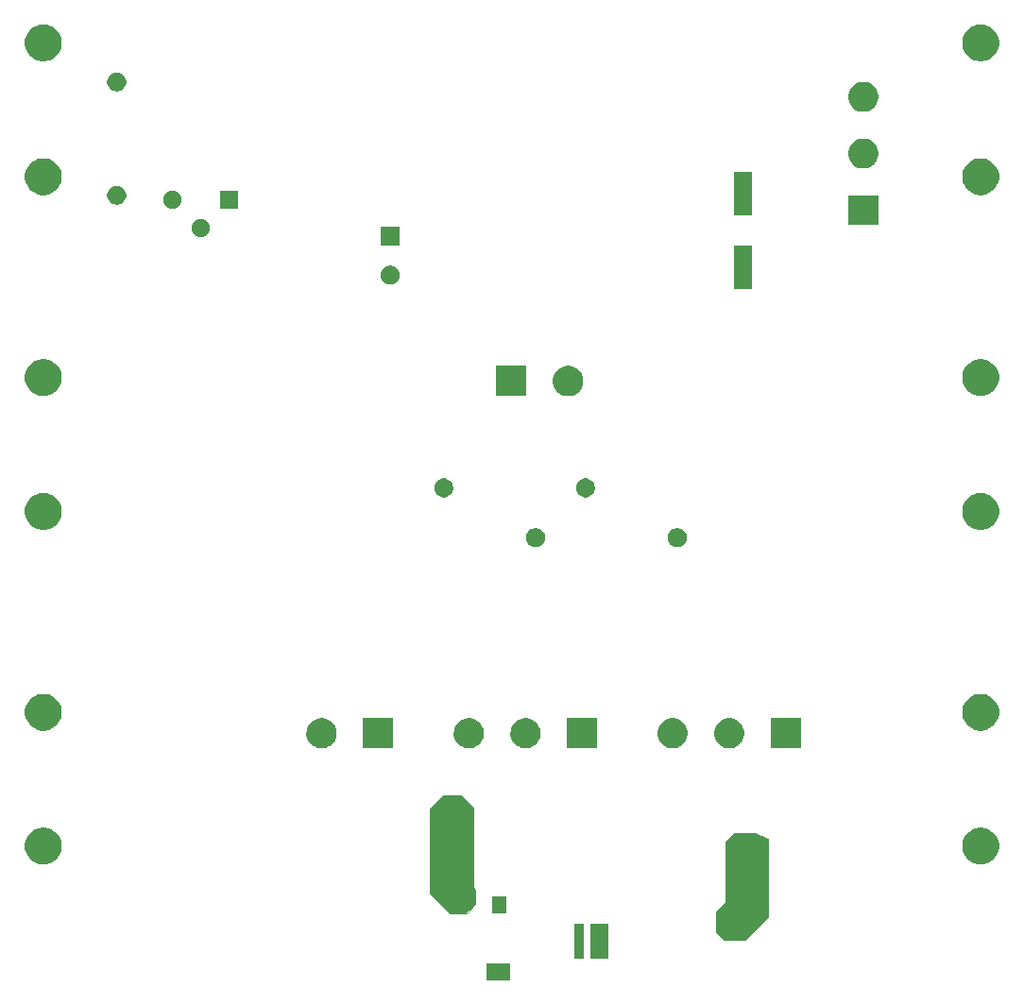
<source format=gbr>
G04 #@! TF.GenerationSoftware,KiCad,Pcbnew,(5.1.5)-3*
G04 #@! TF.CreationDate,2020-11-11T17:48:52-05:00*
G04 #@! TF.ProjectId,sensor_dmf_board,73656e73-6f72-45f6-946d-665f626f6172,rev?*
G04 #@! TF.SameCoordinates,Original*
G04 #@! TF.FileFunction,Soldermask,Bot*
G04 #@! TF.FilePolarity,Negative*
%FSLAX46Y46*%
G04 Gerber Fmt 4.6, Leading zero omitted, Abs format (unit mm)*
G04 Created by KiCad (PCBNEW (5.1.5)-3) date 2020-11-11 17:48:52*
%MOMM*%
%LPD*%
G04 APERTURE LIST*
%ADD10C,0.100000*%
G04 APERTURE END LIST*
D10*
G36*
X146527520Y-133553200D02*
G01*
X146535140Y-140665200D01*
X146715480Y-140916660D01*
X146715480Y-142176500D01*
X145900140Y-142991840D01*
X144406620Y-142991840D01*
X142659100Y-141244320D01*
X142659100Y-133654800D01*
X143891000Y-132422900D01*
X145397220Y-132422900D01*
X146527520Y-133553200D01*
G37*
X146527520Y-133553200D02*
X146535140Y-140665200D01*
X146715480Y-140916660D01*
X146715480Y-142176500D01*
X145900140Y-142991840D01*
X144406620Y-142991840D01*
X142659100Y-141244320D01*
X142659100Y-133654800D01*
X143891000Y-132422900D01*
X145397220Y-132422900D01*
X146527520Y-133553200D01*
G36*
X172928280Y-136377680D02*
G01*
X172913040Y-143410940D01*
X170947080Y-145376900D01*
X170682920Y-145379440D01*
X168991280Y-145379440D01*
X168310560Y-144698720D01*
X168310560Y-142882620D01*
X169120820Y-142072360D01*
X169120820Y-136568180D01*
X169867580Y-135821420D01*
X171043600Y-135821420D01*
X171028360Y-135818880D01*
X171797980Y-135818880D01*
X172928280Y-136377680D01*
G37*
X172928280Y-136377680D02*
X172913040Y-143410940D01*
X170947080Y-145376900D01*
X170682920Y-145379440D01*
X168991280Y-145379440D01*
X168310560Y-144698720D01*
X168310560Y-142882620D01*
X169120820Y-142072360D01*
X169120820Y-136568180D01*
X169867580Y-135821420D01*
X171043600Y-135821420D01*
X171028360Y-135818880D01*
X171797980Y-135818880D01*
X172928280Y-136377680D01*
G36*
X149840120Y-149050820D02*
G01*
X147738120Y-149050820D01*
X147738120Y-147548820D01*
X149840120Y-147548820D01*
X149840120Y-149050820D01*
G37*
G36*
X158606000Y-147101000D02*
G01*
X157004000Y-147101000D01*
X157004000Y-143999000D01*
X158606000Y-143999000D01*
X158606000Y-147101000D01*
G37*
G36*
X156456000Y-147101000D02*
G01*
X155554000Y-147101000D01*
X155554000Y-143999000D01*
X156456000Y-143999000D01*
X156456000Y-147101000D01*
G37*
G36*
X149496000Y-142996000D02*
G01*
X148194000Y-142996000D01*
X148194000Y-141494000D01*
X149496000Y-141494000D01*
X149496000Y-142996000D01*
G37*
G36*
X108375256Y-135391298D02*
G01*
X108481579Y-135412447D01*
X108782042Y-135536903D01*
X109052451Y-135717585D01*
X109282415Y-135947549D01*
X109463097Y-136217958D01*
X109587553Y-136518421D01*
X109651000Y-136837391D01*
X109651000Y-137162609D01*
X109587553Y-137481579D01*
X109463097Y-137782042D01*
X109282415Y-138052451D01*
X109052451Y-138282415D01*
X108782042Y-138463097D01*
X108481579Y-138587553D01*
X108375256Y-138608702D01*
X108162611Y-138651000D01*
X107837389Y-138651000D01*
X107624744Y-138608702D01*
X107518421Y-138587553D01*
X107217958Y-138463097D01*
X106947549Y-138282415D01*
X106717585Y-138052451D01*
X106536903Y-137782042D01*
X106412447Y-137481579D01*
X106349000Y-137162609D01*
X106349000Y-136837391D01*
X106412447Y-136518421D01*
X106536903Y-136217958D01*
X106717585Y-135947549D01*
X106947549Y-135717585D01*
X107217958Y-135536903D01*
X107518421Y-135412447D01*
X107624744Y-135391298D01*
X107837389Y-135349000D01*
X108162611Y-135349000D01*
X108375256Y-135391298D01*
G37*
G36*
X192375256Y-135391298D02*
G01*
X192481579Y-135412447D01*
X192782042Y-135536903D01*
X193052451Y-135717585D01*
X193282415Y-135947549D01*
X193463097Y-136217958D01*
X193587553Y-136518421D01*
X193651000Y-136837391D01*
X193651000Y-137162609D01*
X193587553Y-137481579D01*
X193463097Y-137782042D01*
X193282415Y-138052451D01*
X193052451Y-138282415D01*
X192782042Y-138463097D01*
X192481579Y-138587553D01*
X192375256Y-138608702D01*
X192162611Y-138651000D01*
X191837389Y-138651000D01*
X191624744Y-138608702D01*
X191518421Y-138587553D01*
X191217958Y-138463097D01*
X190947549Y-138282415D01*
X190717585Y-138052451D01*
X190536903Y-137782042D01*
X190412447Y-137481579D01*
X190349000Y-137162609D01*
X190349000Y-136837391D01*
X190412447Y-136518421D01*
X190536903Y-136217958D01*
X190717585Y-135947549D01*
X190947549Y-135717585D01*
X191217958Y-135536903D01*
X191518421Y-135412447D01*
X191624744Y-135391298D01*
X191837389Y-135349000D01*
X192162611Y-135349000D01*
X192375256Y-135391298D01*
G37*
G36*
X146524082Y-125581538D02*
G01*
X146769949Y-125683379D01*
X146881338Y-125757807D01*
X146991221Y-125831229D01*
X147179401Y-126019409D01*
X147327252Y-126240683D01*
X147429092Y-126486548D01*
X147461804Y-126651000D01*
X147481010Y-126747558D01*
X147481010Y-127013682D01*
X147429092Y-127274692D01*
X147327251Y-127520559D01*
X147179400Y-127741832D01*
X146991222Y-127930010D01*
X146769949Y-128077861D01*
X146769948Y-128077862D01*
X146769947Y-128077862D01*
X146524082Y-128179702D01*
X146263073Y-128231620D01*
X145996947Y-128231620D01*
X145735938Y-128179702D01*
X145490073Y-128077862D01*
X145490072Y-128077862D01*
X145490071Y-128077861D01*
X145268798Y-127930010D01*
X145080620Y-127741832D01*
X144932769Y-127520559D01*
X144830928Y-127274692D01*
X144779010Y-127013682D01*
X144779010Y-126747558D01*
X144798217Y-126651000D01*
X144830928Y-126486548D01*
X144932768Y-126240683D01*
X145080619Y-126019409D01*
X145268799Y-125831229D01*
X145378682Y-125757807D01*
X145490071Y-125683379D01*
X145735938Y-125581538D01*
X145996947Y-125529620D01*
X146263073Y-125529620D01*
X146524082Y-125581538D01*
G37*
G36*
X157641010Y-128231620D02*
G01*
X154939010Y-128231620D01*
X154939010Y-125529620D01*
X157641010Y-125529620D01*
X157641010Y-128231620D01*
G37*
G36*
X151604082Y-125581538D02*
G01*
X151849949Y-125683379D01*
X151961338Y-125757807D01*
X152071221Y-125831229D01*
X152259401Y-126019409D01*
X152407252Y-126240683D01*
X152509092Y-126486548D01*
X152541804Y-126651000D01*
X152561010Y-126747558D01*
X152561010Y-127013682D01*
X152509092Y-127274692D01*
X152407251Y-127520559D01*
X152259400Y-127741832D01*
X152071222Y-127930010D01*
X151849949Y-128077861D01*
X151849948Y-128077862D01*
X151849947Y-128077862D01*
X151604082Y-128179702D01*
X151343073Y-128231620D01*
X151076947Y-128231620D01*
X150815938Y-128179702D01*
X150570073Y-128077862D01*
X150570072Y-128077862D01*
X150570071Y-128077861D01*
X150348798Y-127930010D01*
X150160620Y-127741832D01*
X150012769Y-127520559D01*
X149910928Y-127274692D01*
X149859010Y-127013682D01*
X149859010Y-126747558D01*
X149878217Y-126651000D01*
X149910928Y-126486548D01*
X150012768Y-126240683D01*
X150160619Y-126019409D01*
X150348799Y-125831229D01*
X150458682Y-125757807D01*
X150570071Y-125683379D01*
X150815938Y-125581538D01*
X151076947Y-125529620D01*
X151343073Y-125529620D01*
X151604082Y-125581538D01*
G37*
G36*
X169875572Y-125581538D02*
G01*
X170121439Y-125683379D01*
X170232828Y-125757807D01*
X170342711Y-125831229D01*
X170530891Y-126019409D01*
X170678742Y-126240683D01*
X170780582Y-126486548D01*
X170813294Y-126651000D01*
X170832500Y-126747558D01*
X170832500Y-127013682D01*
X170780582Y-127274692D01*
X170678741Y-127520559D01*
X170530890Y-127741832D01*
X170342712Y-127930010D01*
X170121439Y-128077861D01*
X170121438Y-128077862D01*
X170121437Y-128077862D01*
X169875572Y-128179702D01*
X169614563Y-128231620D01*
X169348437Y-128231620D01*
X169087428Y-128179702D01*
X168841563Y-128077862D01*
X168841562Y-128077862D01*
X168841561Y-128077861D01*
X168620288Y-127930010D01*
X168432110Y-127741832D01*
X168284259Y-127520559D01*
X168182418Y-127274692D01*
X168130500Y-127013682D01*
X168130500Y-126747558D01*
X168149707Y-126651000D01*
X168182418Y-126486548D01*
X168284258Y-126240683D01*
X168432109Y-126019409D01*
X168620289Y-125831229D01*
X168730172Y-125757807D01*
X168841561Y-125683379D01*
X169087428Y-125581538D01*
X169348437Y-125529620D01*
X169614563Y-125529620D01*
X169875572Y-125581538D01*
G37*
G36*
X164795572Y-125581538D02*
G01*
X165041439Y-125683379D01*
X165152828Y-125757807D01*
X165262711Y-125831229D01*
X165450891Y-126019409D01*
X165598742Y-126240683D01*
X165700582Y-126486548D01*
X165733294Y-126651000D01*
X165752500Y-126747558D01*
X165752500Y-127013682D01*
X165700582Y-127274692D01*
X165598741Y-127520559D01*
X165450890Y-127741832D01*
X165262712Y-127930010D01*
X165041439Y-128077861D01*
X165041438Y-128077862D01*
X165041437Y-128077862D01*
X164795572Y-128179702D01*
X164534563Y-128231620D01*
X164268437Y-128231620D01*
X164007428Y-128179702D01*
X163761563Y-128077862D01*
X163761562Y-128077862D01*
X163761561Y-128077861D01*
X163540288Y-127930010D01*
X163352110Y-127741832D01*
X163204259Y-127520559D01*
X163102418Y-127274692D01*
X163050500Y-127013682D01*
X163050500Y-126747558D01*
X163069707Y-126651000D01*
X163102418Y-126486548D01*
X163204258Y-126240683D01*
X163352109Y-126019409D01*
X163540289Y-125831229D01*
X163650172Y-125757807D01*
X163761561Y-125683379D01*
X164007428Y-125581538D01*
X164268437Y-125529620D01*
X164534563Y-125529620D01*
X164795572Y-125581538D01*
G37*
G36*
X139369520Y-128231620D02*
G01*
X136667520Y-128231620D01*
X136667520Y-125529620D01*
X139369520Y-125529620D01*
X139369520Y-128231620D01*
G37*
G36*
X133332592Y-125581538D02*
G01*
X133578459Y-125683379D01*
X133689848Y-125757807D01*
X133799731Y-125831229D01*
X133987911Y-126019409D01*
X134135762Y-126240683D01*
X134237602Y-126486548D01*
X134270314Y-126651000D01*
X134289520Y-126747558D01*
X134289520Y-127013682D01*
X134237602Y-127274692D01*
X134135761Y-127520559D01*
X133987910Y-127741832D01*
X133799732Y-127930010D01*
X133578459Y-128077861D01*
X133578458Y-128077862D01*
X133578457Y-128077862D01*
X133332592Y-128179702D01*
X133071583Y-128231620D01*
X132805457Y-128231620D01*
X132544448Y-128179702D01*
X132298583Y-128077862D01*
X132298582Y-128077862D01*
X132298581Y-128077861D01*
X132077308Y-127930010D01*
X131889130Y-127741832D01*
X131741279Y-127520559D01*
X131639438Y-127274692D01*
X131587520Y-127013682D01*
X131587520Y-126747558D01*
X131606727Y-126651000D01*
X131639438Y-126486548D01*
X131741278Y-126240683D01*
X131889129Y-126019409D01*
X132077309Y-125831229D01*
X132187192Y-125757807D01*
X132298581Y-125683379D01*
X132544448Y-125581538D01*
X132805457Y-125529620D01*
X133071583Y-125529620D01*
X133332592Y-125581538D01*
G37*
G36*
X175912500Y-128231620D02*
G01*
X173210500Y-128231620D01*
X173210500Y-125529620D01*
X175912500Y-125529620D01*
X175912500Y-128231620D01*
G37*
G36*
X192375256Y-123391298D02*
G01*
X192481579Y-123412447D01*
X192782042Y-123536903D01*
X193052451Y-123717585D01*
X193282415Y-123947549D01*
X193463097Y-124217958D01*
X193587553Y-124518421D01*
X193651000Y-124837391D01*
X193651000Y-125162609D01*
X193587553Y-125481579D01*
X193463097Y-125782042D01*
X193282415Y-126052451D01*
X193052451Y-126282415D01*
X192782042Y-126463097D01*
X192481579Y-126587553D01*
X192375256Y-126608702D01*
X192162611Y-126651000D01*
X191837389Y-126651000D01*
X191624744Y-126608702D01*
X191518421Y-126587553D01*
X191217958Y-126463097D01*
X190947549Y-126282415D01*
X190717585Y-126052451D01*
X190536903Y-125782042D01*
X190412447Y-125481579D01*
X190349000Y-125162609D01*
X190349000Y-124837391D01*
X190412447Y-124518421D01*
X190536903Y-124217958D01*
X190717585Y-123947549D01*
X190947549Y-123717585D01*
X191217958Y-123536903D01*
X191518421Y-123412447D01*
X191624744Y-123391298D01*
X191837389Y-123349000D01*
X192162611Y-123349000D01*
X192375256Y-123391298D01*
G37*
G36*
X108375256Y-123391298D02*
G01*
X108481579Y-123412447D01*
X108782042Y-123536903D01*
X109052451Y-123717585D01*
X109282415Y-123947549D01*
X109463097Y-124217958D01*
X109587553Y-124518421D01*
X109651000Y-124837391D01*
X109651000Y-125162609D01*
X109587553Y-125481579D01*
X109463097Y-125782042D01*
X109282415Y-126052451D01*
X109052451Y-126282415D01*
X108782042Y-126463097D01*
X108481579Y-126587553D01*
X108375256Y-126608702D01*
X108162611Y-126651000D01*
X107837389Y-126651000D01*
X107624744Y-126608702D01*
X107518421Y-126587553D01*
X107217958Y-126463097D01*
X106947549Y-126282415D01*
X106717585Y-126052451D01*
X106536903Y-125782042D01*
X106412447Y-125481579D01*
X106349000Y-125162609D01*
X106349000Y-124837391D01*
X106412447Y-124518421D01*
X106536903Y-124217958D01*
X106717585Y-123947549D01*
X106947549Y-123717585D01*
X107217958Y-123536903D01*
X107518421Y-123412447D01*
X107624744Y-123391298D01*
X107837389Y-123349000D01*
X108162611Y-123349000D01*
X108375256Y-123391298D01*
G37*
G36*
X152356128Y-108538863D02*
G01*
X152511000Y-108603013D01*
X152650381Y-108696145D01*
X152768915Y-108814679D01*
X152862047Y-108954060D01*
X152926197Y-109108932D01*
X152958900Y-109273344D01*
X152958900Y-109440976D01*
X152926197Y-109605388D01*
X152862047Y-109760260D01*
X152768915Y-109899641D01*
X152650381Y-110018175D01*
X152511000Y-110111307D01*
X152356128Y-110175457D01*
X152191716Y-110208160D01*
X152024084Y-110208160D01*
X151859672Y-110175457D01*
X151704800Y-110111307D01*
X151565419Y-110018175D01*
X151446885Y-109899641D01*
X151353753Y-109760260D01*
X151289603Y-109605388D01*
X151256900Y-109440976D01*
X151256900Y-109273344D01*
X151289603Y-109108932D01*
X151353753Y-108954060D01*
X151446885Y-108814679D01*
X151565419Y-108696145D01*
X151704800Y-108603013D01*
X151859672Y-108538863D01*
X152024084Y-108506160D01*
X152191716Y-108506160D01*
X152356128Y-108538863D01*
G37*
G36*
X165056128Y-108538863D02*
G01*
X165211000Y-108603013D01*
X165350381Y-108696145D01*
X165468915Y-108814679D01*
X165562047Y-108954060D01*
X165626197Y-109108932D01*
X165658900Y-109273344D01*
X165658900Y-109440976D01*
X165626197Y-109605388D01*
X165562047Y-109760260D01*
X165468915Y-109899641D01*
X165350381Y-110018175D01*
X165211000Y-110111307D01*
X165056128Y-110175457D01*
X164891716Y-110208160D01*
X164724084Y-110208160D01*
X164559672Y-110175457D01*
X164404800Y-110111307D01*
X164265419Y-110018175D01*
X164146885Y-109899641D01*
X164053753Y-109760260D01*
X163989603Y-109605388D01*
X163956900Y-109440976D01*
X163956900Y-109273344D01*
X163989603Y-109108932D01*
X164053753Y-108954060D01*
X164146885Y-108814679D01*
X164265419Y-108696145D01*
X164404800Y-108603013D01*
X164559672Y-108538863D01*
X164724084Y-108506160D01*
X164891716Y-108506160D01*
X165056128Y-108538863D01*
G37*
G36*
X108375256Y-105391298D02*
G01*
X108481579Y-105412447D01*
X108782042Y-105536903D01*
X109052451Y-105717585D01*
X109282415Y-105947549D01*
X109463097Y-106217958D01*
X109587553Y-106518421D01*
X109651000Y-106837391D01*
X109651000Y-107162609D01*
X109587553Y-107481579D01*
X109463097Y-107782042D01*
X109282415Y-108052451D01*
X109052451Y-108282415D01*
X108782042Y-108463097D01*
X108481579Y-108587553D01*
X108403861Y-108603012D01*
X108162611Y-108651000D01*
X107837389Y-108651000D01*
X107596139Y-108603012D01*
X107518421Y-108587553D01*
X107217958Y-108463097D01*
X106947549Y-108282415D01*
X106717585Y-108052451D01*
X106536903Y-107782042D01*
X106412447Y-107481579D01*
X106349000Y-107162609D01*
X106349000Y-106837391D01*
X106412447Y-106518421D01*
X106536903Y-106217958D01*
X106717585Y-105947549D01*
X106947549Y-105717585D01*
X107217958Y-105536903D01*
X107518421Y-105412447D01*
X107624744Y-105391298D01*
X107837389Y-105349000D01*
X108162611Y-105349000D01*
X108375256Y-105391298D01*
G37*
G36*
X192375256Y-105391298D02*
G01*
X192481579Y-105412447D01*
X192782042Y-105536903D01*
X193052451Y-105717585D01*
X193282415Y-105947549D01*
X193463097Y-106217958D01*
X193587553Y-106518421D01*
X193651000Y-106837391D01*
X193651000Y-107162609D01*
X193587553Y-107481579D01*
X193463097Y-107782042D01*
X193282415Y-108052451D01*
X193052451Y-108282415D01*
X192782042Y-108463097D01*
X192481579Y-108587553D01*
X192403861Y-108603012D01*
X192162611Y-108651000D01*
X191837389Y-108651000D01*
X191596139Y-108603012D01*
X191518421Y-108587553D01*
X191217958Y-108463097D01*
X190947549Y-108282415D01*
X190717585Y-108052451D01*
X190536903Y-107782042D01*
X190412447Y-107481579D01*
X190349000Y-107162609D01*
X190349000Y-106837391D01*
X190412447Y-106518421D01*
X190536903Y-106217958D01*
X190717585Y-105947549D01*
X190947549Y-105717585D01*
X191217958Y-105536903D01*
X191518421Y-105412447D01*
X191624744Y-105391298D01*
X191837389Y-105349000D01*
X192162611Y-105349000D01*
X192375256Y-105391298D01*
G37*
G36*
X156829068Y-104076083D02*
G01*
X156983940Y-104140233D01*
X157123321Y-104233365D01*
X157241855Y-104351899D01*
X157334987Y-104491280D01*
X157399137Y-104646152D01*
X157431840Y-104810564D01*
X157431840Y-104978196D01*
X157399137Y-105142608D01*
X157334987Y-105297480D01*
X157241855Y-105436861D01*
X157123321Y-105555395D01*
X156983940Y-105648527D01*
X156829068Y-105712677D01*
X156664656Y-105745380D01*
X156497024Y-105745380D01*
X156332612Y-105712677D01*
X156177740Y-105648527D01*
X156038359Y-105555395D01*
X155919825Y-105436861D01*
X155826693Y-105297480D01*
X155762543Y-105142608D01*
X155729840Y-104978196D01*
X155729840Y-104810564D01*
X155762543Y-104646152D01*
X155826693Y-104491280D01*
X155919825Y-104351899D01*
X156038359Y-104233365D01*
X156177740Y-104140233D01*
X156332612Y-104076083D01*
X156497024Y-104043380D01*
X156664656Y-104043380D01*
X156829068Y-104076083D01*
G37*
G36*
X144129068Y-104076083D02*
G01*
X144283940Y-104140233D01*
X144423321Y-104233365D01*
X144541855Y-104351899D01*
X144634987Y-104491280D01*
X144699137Y-104646152D01*
X144731840Y-104810564D01*
X144731840Y-104978196D01*
X144699137Y-105142608D01*
X144634987Y-105297480D01*
X144541855Y-105436861D01*
X144423321Y-105555395D01*
X144283940Y-105648527D01*
X144129068Y-105712677D01*
X143964656Y-105745380D01*
X143797024Y-105745380D01*
X143632612Y-105712677D01*
X143477740Y-105648527D01*
X143338359Y-105555395D01*
X143219825Y-105436861D01*
X143126693Y-105297480D01*
X143062543Y-105142608D01*
X143029840Y-104978196D01*
X143029840Y-104810564D01*
X143062543Y-104646152D01*
X143126693Y-104491280D01*
X143219825Y-104351899D01*
X143338359Y-104233365D01*
X143477740Y-104140233D01*
X143632612Y-104076083D01*
X143797024Y-104043380D01*
X143964656Y-104043380D01*
X144129068Y-104076083D01*
G37*
G36*
X151307520Y-96664500D02*
G01*
X148605520Y-96664500D01*
X148605520Y-93962500D01*
X151307520Y-93962500D01*
X151307520Y-96664500D01*
G37*
G36*
X155430592Y-94014418D02*
G01*
X155676459Y-94116259D01*
X155787848Y-94190687D01*
X155897731Y-94264109D01*
X156085911Y-94452289D01*
X156233762Y-94673563D01*
X156335602Y-94919428D01*
X156387520Y-95180437D01*
X156387520Y-95446563D01*
X156335602Y-95707572D01*
X156304757Y-95782040D01*
X156233761Y-95953439D01*
X156085910Y-96174712D01*
X155897732Y-96362890D01*
X155676459Y-96510741D01*
X155676458Y-96510742D01*
X155676457Y-96510742D01*
X155430592Y-96612582D01*
X155169583Y-96664500D01*
X154903457Y-96664500D01*
X154642448Y-96612582D01*
X154396583Y-96510742D01*
X154396582Y-96510742D01*
X154396581Y-96510741D01*
X154175308Y-96362890D01*
X153987130Y-96174712D01*
X153839279Y-95953439D01*
X153768284Y-95782040D01*
X153737438Y-95707572D01*
X153685520Y-95446563D01*
X153685520Y-95180437D01*
X153737438Y-94919428D01*
X153839278Y-94673563D01*
X153987129Y-94452289D01*
X154175309Y-94264109D01*
X154285192Y-94190687D01*
X154396581Y-94116259D01*
X154642448Y-94014418D01*
X154903457Y-93962500D01*
X155169583Y-93962500D01*
X155430592Y-94014418D01*
G37*
G36*
X192375256Y-93391298D02*
G01*
X192481579Y-93412447D01*
X192782042Y-93536903D01*
X193052451Y-93717585D01*
X193282415Y-93947549D01*
X193463097Y-94217958D01*
X193587553Y-94518421D01*
X193651000Y-94837391D01*
X193651000Y-95162609D01*
X193587553Y-95481579D01*
X193463097Y-95782042D01*
X193282415Y-96052451D01*
X193052451Y-96282415D01*
X192782042Y-96463097D01*
X192481579Y-96587553D01*
X192375256Y-96608702D01*
X192162611Y-96651000D01*
X191837389Y-96651000D01*
X191624744Y-96608702D01*
X191518421Y-96587553D01*
X191217958Y-96463097D01*
X190947549Y-96282415D01*
X190717585Y-96052451D01*
X190536903Y-95782042D01*
X190412447Y-95481579D01*
X190349000Y-95162609D01*
X190349000Y-94837391D01*
X190412447Y-94518421D01*
X190536903Y-94217958D01*
X190717585Y-93947549D01*
X190947549Y-93717585D01*
X191217958Y-93536903D01*
X191518421Y-93412447D01*
X191624744Y-93391298D01*
X191837389Y-93349000D01*
X192162611Y-93349000D01*
X192375256Y-93391298D01*
G37*
G36*
X108375256Y-93391298D02*
G01*
X108481579Y-93412447D01*
X108782042Y-93536903D01*
X109052451Y-93717585D01*
X109282415Y-93947549D01*
X109463097Y-94217958D01*
X109587553Y-94518421D01*
X109651000Y-94837391D01*
X109651000Y-95162609D01*
X109587553Y-95481579D01*
X109463097Y-95782042D01*
X109282415Y-96052451D01*
X109052451Y-96282415D01*
X108782042Y-96463097D01*
X108481579Y-96587553D01*
X108375256Y-96608702D01*
X108162611Y-96651000D01*
X107837389Y-96651000D01*
X107624744Y-96608702D01*
X107518421Y-96587553D01*
X107217958Y-96463097D01*
X106947549Y-96282415D01*
X106717585Y-96052451D01*
X106536903Y-95782042D01*
X106412447Y-95481579D01*
X106349000Y-95162609D01*
X106349000Y-94837391D01*
X106412447Y-94518421D01*
X106536903Y-94217958D01*
X106717585Y-93947549D01*
X106947549Y-93717585D01*
X107217958Y-93536903D01*
X107518421Y-93412447D01*
X107624744Y-93391298D01*
X107837389Y-93349000D01*
X108162611Y-93349000D01*
X108375256Y-93391298D01*
G37*
G36*
X171506080Y-87034700D02*
G01*
X169880080Y-87034700D01*
X169880080Y-83170700D01*
X171506080Y-83170700D01*
X171506080Y-87034700D01*
G37*
G36*
X139336088Y-85010723D02*
G01*
X139490960Y-85074873D01*
X139630341Y-85168005D01*
X139748875Y-85286539D01*
X139842007Y-85425920D01*
X139906157Y-85580792D01*
X139938860Y-85745204D01*
X139938860Y-85912836D01*
X139906157Y-86077248D01*
X139842007Y-86232120D01*
X139748875Y-86371501D01*
X139630341Y-86490035D01*
X139490960Y-86583167D01*
X139336088Y-86647317D01*
X139171676Y-86680020D01*
X139004044Y-86680020D01*
X138839632Y-86647317D01*
X138684760Y-86583167D01*
X138545379Y-86490035D01*
X138426845Y-86371501D01*
X138333713Y-86232120D01*
X138269563Y-86077248D01*
X138236860Y-85912836D01*
X138236860Y-85745204D01*
X138269563Y-85580792D01*
X138333713Y-85425920D01*
X138426845Y-85286539D01*
X138545379Y-85168005D01*
X138684760Y-85074873D01*
X138839632Y-85010723D01*
X139004044Y-84978020D01*
X139171676Y-84978020D01*
X139336088Y-85010723D01*
G37*
G36*
X139938860Y-83180020D02*
G01*
X138236860Y-83180020D01*
X138236860Y-81478020D01*
X139938860Y-81478020D01*
X139938860Y-83180020D01*
G37*
G36*
X122350182Y-80813202D02*
G01*
X122498141Y-80874489D01*
X122631295Y-80963459D01*
X122744541Y-81076705D01*
X122833511Y-81209859D01*
X122894798Y-81357818D01*
X122926040Y-81514885D01*
X122926040Y-81675035D01*
X122894798Y-81832102D01*
X122833511Y-81980061D01*
X122744541Y-82113215D01*
X122631295Y-82226461D01*
X122498141Y-82315431D01*
X122350182Y-82376718D01*
X122193115Y-82407960D01*
X122032965Y-82407960D01*
X121875898Y-82376718D01*
X121727939Y-82315431D01*
X121594785Y-82226461D01*
X121481539Y-82113215D01*
X121392569Y-81980061D01*
X121331282Y-81832102D01*
X121300040Y-81675035D01*
X121300040Y-81514885D01*
X121331282Y-81357818D01*
X121392569Y-81209859D01*
X121481539Y-81076705D01*
X121594785Y-80963459D01*
X121727939Y-80874489D01*
X121875898Y-80813202D01*
X122032965Y-80781960D01*
X122193115Y-80781960D01*
X122350182Y-80813202D01*
G37*
G36*
X182844160Y-81351000D02*
G01*
X180142160Y-81351000D01*
X180142160Y-78649000D01*
X182844160Y-78649000D01*
X182844160Y-81351000D01*
G37*
G36*
X171506080Y-80430700D02*
G01*
X169880080Y-80430700D01*
X169880080Y-76566700D01*
X171506080Y-76566700D01*
X171506080Y-80430700D01*
G37*
G36*
X125466040Y-79867960D02*
G01*
X123840040Y-79867960D01*
X123840040Y-78241960D01*
X125466040Y-78241960D01*
X125466040Y-79867960D01*
G37*
G36*
X119810182Y-78273202D02*
G01*
X119958141Y-78334489D01*
X120091295Y-78423459D01*
X120204541Y-78536705D01*
X120293511Y-78669859D01*
X120354798Y-78817818D01*
X120386040Y-78974885D01*
X120386040Y-79135035D01*
X120354798Y-79292102D01*
X120293511Y-79440061D01*
X120204541Y-79573215D01*
X120091295Y-79686461D01*
X119958141Y-79775431D01*
X119810182Y-79836718D01*
X119653115Y-79867960D01*
X119492965Y-79867960D01*
X119335898Y-79836718D01*
X119187939Y-79775431D01*
X119054785Y-79686461D01*
X118941539Y-79573215D01*
X118852569Y-79440061D01*
X118791282Y-79292102D01*
X118760040Y-79135035D01*
X118760040Y-78974885D01*
X118791282Y-78817818D01*
X118852569Y-78669859D01*
X118941539Y-78536705D01*
X119054785Y-78423459D01*
X119187939Y-78334489D01*
X119335898Y-78273202D01*
X119492965Y-78241960D01*
X119653115Y-78241960D01*
X119810182Y-78273202D01*
G37*
G36*
X114820008Y-77840423D02*
G01*
X114974880Y-77904573D01*
X115114261Y-77997705D01*
X115232795Y-78116239D01*
X115325927Y-78255620D01*
X115390077Y-78410492D01*
X115422780Y-78574904D01*
X115422780Y-78742536D01*
X115390077Y-78906948D01*
X115325927Y-79061820D01*
X115232795Y-79201201D01*
X115114261Y-79319735D01*
X114974880Y-79412867D01*
X114820008Y-79477017D01*
X114655596Y-79509720D01*
X114487964Y-79509720D01*
X114323552Y-79477017D01*
X114168680Y-79412867D01*
X114029299Y-79319735D01*
X113910765Y-79201201D01*
X113817633Y-79061820D01*
X113753483Y-78906948D01*
X113720780Y-78742536D01*
X113720780Y-78574904D01*
X113753483Y-78410492D01*
X113817633Y-78255620D01*
X113910765Y-78116239D01*
X114029299Y-77997705D01*
X114168680Y-77904573D01*
X114323552Y-77840423D01*
X114487964Y-77807720D01*
X114655596Y-77807720D01*
X114820008Y-77840423D01*
G37*
G36*
X108375256Y-75391298D02*
G01*
X108481579Y-75412447D01*
X108782042Y-75536903D01*
X109052451Y-75717585D01*
X109282415Y-75947549D01*
X109463097Y-76217958D01*
X109587553Y-76518421D01*
X109651000Y-76837391D01*
X109651000Y-77162609D01*
X109587553Y-77481579D01*
X109463097Y-77782042D01*
X109282415Y-78052451D01*
X109052451Y-78282415D01*
X108782042Y-78463097D01*
X108481579Y-78587553D01*
X108375256Y-78608702D01*
X108162611Y-78651000D01*
X107837389Y-78651000D01*
X107624744Y-78608702D01*
X107518421Y-78587553D01*
X107217958Y-78463097D01*
X106947549Y-78282415D01*
X106717585Y-78052451D01*
X106536903Y-77782042D01*
X106412447Y-77481579D01*
X106349000Y-77162609D01*
X106349000Y-76837391D01*
X106412447Y-76518421D01*
X106536903Y-76217958D01*
X106717585Y-75947549D01*
X106947549Y-75717585D01*
X107217958Y-75536903D01*
X107518421Y-75412447D01*
X107624744Y-75391298D01*
X107837389Y-75349000D01*
X108162611Y-75349000D01*
X108375256Y-75391298D01*
G37*
G36*
X192375256Y-75391298D02*
G01*
X192481579Y-75412447D01*
X192782042Y-75536903D01*
X193052451Y-75717585D01*
X193282415Y-75947549D01*
X193463097Y-76217958D01*
X193587553Y-76518421D01*
X193651000Y-76837391D01*
X193651000Y-77162609D01*
X193587553Y-77481579D01*
X193463097Y-77782042D01*
X193282415Y-78052451D01*
X193052451Y-78282415D01*
X192782042Y-78463097D01*
X192481579Y-78587553D01*
X192375256Y-78608702D01*
X192162611Y-78651000D01*
X191837389Y-78651000D01*
X191624744Y-78608702D01*
X191518421Y-78587553D01*
X191217958Y-78463097D01*
X190947549Y-78282415D01*
X190717585Y-78052451D01*
X190536903Y-77782042D01*
X190412447Y-77481579D01*
X190349000Y-77162609D01*
X190349000Y-76837391D01*
X190412447Y-76518421D01*
X190536903Y-76217958D01*
X190717585Y-75947549D01*
X190947549Y-75717585D01*
X191217958Y-75536903D01*
X191518421Y-75412447D01*
X191624744Y-75391298D01*
X191837389Y-75349000D01*
X192162611Y-75349000D01*
X192375256Y-75391298D01*
G37*
G36*
X181887232Y-73620918D02*
G01*
X182133099Y-73722759D01*
X182354372Y-73870610D01*
X182542550Y-74058788D01*
X182690401Y-74280061D01*
X182792242Y-74525928D01*
X182844160Y-74786938D01*
X182844160Y-75053062D01*
X182792242Y-75314072D01*
X182690401Y-75559939D01*
X182542550Y-75781212D01*
X182354372Y-75969390D01*
X182133099Y-76117241D01*
X182133098Y-76117242D01*
X182133097Y-76117242D01*
X181887232Y-76219082D01*
X181626223Y-76271000D01*
X181360097Y-76271000D01*
X181099088Y-76219082D01*
X180853223Y-76117242D01*
X180853222Y-76117242D01*
X180853221Y-76117241D01*
X180631948Y-75969390D01*
X180443770Y-75781212D01*
X180295919Y-75559939D01*
X180194078Y-75314072D01*
X180142160Y-75053062D01*
X180142160Y-74786938D01*
X180194078Y-74525928D01*
X180295919Y-74280061D01*
X180443770Y-74058788D01*
X180631948Y-73870610D01*
X180853221Y-73722759D01*
X181099088Y-73620918D01*
X181360097Y-73569000D01*
X181626223Y-73569000D01*
X181887232Y-73620918D01*
G37*
G36*
X181887232Y-68540918D02*
G01*
X182133099Y-68642759D01*
X182354372Y-68790610D01*
X182542550Y-68978788D01*
X182690401Y-69200061D01*
X182792242Y-69445928D01*
X182844160Y-69706938D01*
X182844160Y-69973062D01*
X182792242Y-70234072D01*
X182690401Y-70479939D01*
X182542550Y-70701212D01*
X182354372Y-70889390D01*
X182133099Y-71037241D01*
X182133098Y-71037242D01*
X182133097Y-71037242D01*
X181887232Y-71139082D01*
X181626223Y-71191000D01*
X181360097Y-71191000D01*
X181099088Y-71139082D01*
X180853223Y-71037242D01*
X180853222Y-71037242D01*
X180853221Y-71037241D01*
X180631948Y-70889390D01*
X180443770Y-70701212D01*
X180295919Y-70479939D01*
X180194078Y-70234072D01*
X180142160Y-69973062D01*
X180142160Y-69706938D01*
X180194078Y-69445928D01*
X180295919Y-69200061D01*
X180443770Y-68978788D01*
X180631948Y-68790610D01*
X180853221Y-68642759D01*
X181099088Y-68540918D01*
X181360097Y-68489000D01*
X181626223Y-68489000D01*
X181887232Y-68540918D01*
G37*
G36*
X114820008Y-67680423D02*
G01*
X114974880Y-67744573D01*
X115114261Y-67837705D01*
X115232795Y-67956239D01*
X115325927Y-68095620D01*
X115390077Y-68250492D01*
X115422780Y-68414904D01*
X115422780Y-68582536D01*
X115390077Y-68746948D01*
X115325927Y-68901820D01*
X115232795Y-69041201D01*
X115114261Y-69159735D01*
X114974880Y-69252867D01*
X114820008Y-69317017D01*
X114655596Y-69349720D01*
X114487964Y-69349720D01*
X114323552Y-69317017D01*
X114168680Y-69252867D01*
X114029299Y-69159735D01*
X113910765Y-69041201D01*
X113817633Y-68901820D01*
X113753483Y-68746948D01*
X113720780Y-68582536D01*
X113720780Y-68414904D01*
X113753483Y-68250492D01*
X113817633Y-68095620D01*
X113910765Y-67956239D01*
X114029299Y-67837705D01*
X114168680Y-67744573D01*
X114323552Y-67680423D01*
X114487964Y-67647720D01*
X114655596Y-67647720D01*
X114820008Y-67680423D01*
G37*
G36*
X108375256Y-63391298D02*
G01*
X108481579Y-63412447D01*
X108782042Y-63536903D01*
X109052451Y-63717585D01*
X109282415Y-63947549D01*
X109463097Y-64217958D01*
X109587553Y-64518421D01*
X109651000Y-64837391D01*
X109651000Y-65162609D01*
X109587553Y-65481579D01*
X109463097Y-65782042D01*
X109282415Y-66052451D01*
X109052451Y-66282415D01*
X108782042Y-66463097D01*
X108481579Y-66587553D01*
X108375256Y-66608702D01*
X108162611Y-66651000D01*
X107837389Y-66651000D01*
X107624744Y-66608702D01*
X107518421Y-66587553D01*
X107217958Y-66463097D01*
X106947549Y-66282415D01*
X106717585Y-66052451D01*
X106536903Y-65782042D01*
X106412447Y-65481579D01*
X106349000Y-65162609D01*
X106349000Y-64837391D01*
X106412447Y-64518421D01*
X106536903Y-64217958D01*
X106717585Y-63947549D01*
X106947549Y-63717585D01*
X107217958Y-63536903D01*
X107518421Y-63412447D01*
X107624744Y-63391298D01*
X107837389Y-63349000D01*
X108162611Y-63349000D01*
X108375256Y-63391298D01*
G37*
G36*
X192375256Y-63391298D02*
G01*
X192481579Y-63412447D01*
X192782042Y-63536903D01*
X193052451Y-63717585D01*
X193282415Y-63947549D01*
X193463097Y-64217958D01*
X193587553Y-64518421D01*
X193651000Y-64837391D01*
X193651000Y-65162609D01*
X193587553Y-65481579D01*
X193463097Y-65782042D01*
X193282415Y-66052451D01*
X193052451Y-66282415D01*
X192782042Y-66463097D01*
X192481579Y-66587553D01*
X192375256Y-66608702D01*
X192162611Y-66651000D01*
X191837389Y-66651000D01*
X191624744Y-66608702D01*
X191518421Y-66587553D01*
X191217958Y-66463097D01*
X190947549Y-66282415D01*
X190717585Y-66052451D01*
X190536903Y-65782042D01*
X190412447Y-65481579D01*
X190349000Y-65162609D01*
X190349000Y-64837391D01*
X190412447Y-64518421D01*
X190536903Y-64217958D01*
X190717585Y-63947549D01*
X190947549Y-63717585D01*
X191217958Y-63536903D01*
X191518421Y-63412447D01*
X191624744Y-63391298D01*
X191837389Y-63349000D01*
X192162611Y-63349000D01*
X192375256Y-63391298D01*
G37*
M02*

</source>
